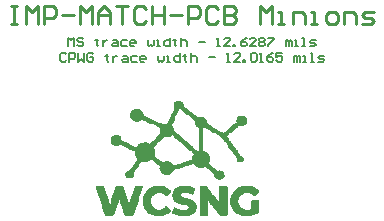
<source format=gto>
G04*
G04 #@! TF.GenerationSoftware,Altium Limited,Altium Designer,19.1.7 (138)*
G04*
G04 Layer_Color=65535*
%FSLAX25Y25*%
%MOIN*%
G70*
G01*
G75*
%ADD10C,0.00300*%
%ADD11C,0.00600*%
%ADD12C,0.01000*%
D10*
X144700Y39000D02*
X145900D01*
X144100Y38700D02*
X146500D01*
X144100Y38400D02*
X146500D01*
X143800Y38100D02*
X146800D01*
X143800Y37800D02*
X146800D01*
X143800Y37500D02*
X146800D01*
X144100Y37200D02*
X147100D01*
X144100Y36900D02*
X147400D01*
X144100Y36600D02*
X148000D01*
X130600Y36300D02*
X132400D01*
X143800D02*
X145300D01*
X146200D02*
X148300D01*
X130000Y36000D02*
X132700D01*
X143800D02*
X145300D01*
X146500D02*
X148600D01*
X129700Y35700D02*
X133000D01*
X143500D02*
X145000D01*
X146800D02*
X148900D01*
X129700Y35400D02*
X133300D01*
X143500D02*
X145000D01*
X147400D02*
X149500D01*
X129400Y35100D02*
X133300D01*
X143200D02*
X144700D01*
X147700D02*
X149800D01*
X129400Y34800D02*
X133600D01*
X143200D02*
X144700D01*
X148000D02*
X150100D01*
X129400Y34500D02*
X133600D01*
X142900D02*
X144400D01*
X148300D02*
X150400D01*
X129400Y34200D02*
X133600D01*
X142900D02*
X144400D01*
X148900D02*
X151000D01*
X129400Y33900D02*
X134200D01*
X142900D02*
X144100D01*
X149200D02*
X151300D01*
X165400D02*
X167200D01*
X129400Y33600D02*
X134800D01*
X142600D02*
X144100D01*
X149500D02*
X151600D01*
X151900D02*
X153700D01*
X165100D02*
X167500D01*
X129700Y33300D02*
X135700D01*
X142600D02*
X143800D01*
X149800D02*
X154000D01*
X164800D02*
X167800D01*
X130000Y33000D02*
X136300D01*
X142300D02*
X143800D01*
X150400D02*
X154300D01*
X164800D02*
X168100D01*
X130300Y32700D02*
X132700D01*
X133600D02*
X136900D01*
X142300D02*
X143800D01*
X150700D02*
X154600D01*
X164500D02*
X168100D01*
X130900Y32400D02*
X131800D01*
X134500D02*
X137500D01*
X142000D02*
X143500D01*
X151000D02*
X154600D01*
X164500D02*
X168100D01*
X135100Y32100D02*
X138400D01*
X142000D02*
X143500D01*
X151000D02*
X154600D01*
X164800D02*
X168100D01*
X135700Y31800D02*
X139000D01*
X141700D02*
X143200D01*
X151000D02*
X154600D01*
X164500D02*
X167800D01*
X136300Y31500D02*
X139600D01*
X141700D02*
X143200D01*
X151000D02*
X154900D01*
X164200D02*
X167800D01*
X137200Y31200D02*
X142900D01*
X151000D02*
X155200D01*
X163600D02*
X167500D01*
X137800Y30900D02*
X142900D01*
X151300D02*
X155800D01*
X163300D02*
X165400D01*
X165700D02*
X166900D01*
X138400Y30600D02*
X143200D01*
X151300D02*
X156400D01*
X163000D02*
X165100D01*
X139000Y30300D02*
X143200D01*
X151900D02*
X154000D01*
X154300D02*
X156700D01*
X162700D02*
X164800D01*
X139300Y30000D02*
X143500D01*
X152200D02*
X153400D01*
X154600D02*
X157300D01*
X162400D02*
X164200D01*
X139300Y29700D02*
X143500D01*
X152200D02*
X153400D01*
X155200D02*
X157900D01*
X162100D02*
X163900D01*
X139300Y29400D02*
X143500D01*
X152200D02*
X153400D01*
X155800D02*
X158200D01*
X161500D02*
X163600D01*
X139300Y29100D02*
X143800D01*
X152200D02*
X153400D01*
X156400D02*
X158800D01*
X161200D02*
X163300D01*
X139300Y28800D02*
X144100D01*
X152200D02*
X153400D01*
X156700D02*
X159400D01*
X160900D02*
X163000D01*
X139300Y28500D02*
X144400D01*
X152200D02*
X153400D01*
X157300D02*
X160000D01*
X160600D02*
X162700D01*
X139300Y28200D02*
X144700D01*
X152200D02*
X153400D01*
X157900D02*
X162100D01*
X139000Y27900D02*
X145300D01*
X152200D02*
X153400D01*
X158200D02*
X161800D01*
X124000Y27600D02*
X125200D01*
X138700D02*
X142900D01*
X143500D02*
X145600D01*
X152200D02*
X153400D01*
X158800D02*
X161500D01*
X123400Y27300D02*
X125800D01*
X138400D02*
X142600D01*
X143800D02*
X145900D01*
X152200D02*
X153400D01*
X159400D02*
X161200D01*
X123100Y27000D02*
X126100D01*
X138100D02*
X140200D01*
X144100D02*
X146200D01*
X152200D02*
X153400D01*
X159700D02*
X161500D01*
X122800Y26700D02*
X126100D01*
X137800D02*
X139900D01*
X144400D02*
X146500D01*
X152200D02*
X153400D01*
X160000D02*
X161800D01*
X122800Y26400D02*
X126100D01*
X137500D02*
X139600D01*
X145000D02*
X146800D01*
X152200D02*
X153400D01*
X160300D02*
X161800D01*
X122800Y26100D02*
X126400D01*
X137200D02*
X139300D01*
X145300D02*
X147400D01*
X152200D02*
X153400D01*
X160600D02*
X162100D01*
X122800Y25800D02*
X126400D01*
X136900D02*
X139000D01*
X145600D02*
X147700D01*
X152200D02*
X153400D01*
X160600D02*
X162400D01*
X122800Y25500D02*
X127000D01*
X136600D02*
X138700D01*
X145900D02*
X148000D01*
X152200D02*
X153400D01*
X160900D02*
X162700D01*
X122800Y25200D02*
X127900D01*
X133900D02*
X134500D01*
X136300D02*
X138400D01*
X146200D02*
X148300D01*
X152200D02*
X153400D01*
X161200D02*
X162700D01*
X123100Y24900D02*
X128500D01*
X132700D02*
X135400D01*
X136000D02*
X138100D01*
X146500D02*
X148600D01*
X152200D02*
X153400D01*
X161500D02*
X163000D01*
X123400Y24600D02*
X129100D01*
X132100D02*
X137800D01*
X146800D02*
X148900D01*
X152200D02*
X153400D01*
X161500D02*
X163300D01*
X124000Y24300D02*
X125200D01*
X126700D02*
X129700D01*
X131800D02*
X137500D01*
X147400D02*
X149200D01*
X152200D02*
X153400D01*
X161800D02*
X163300D01*
X127300Y24000D02*
X130300D01*
X131500D02*
X137200D01*
X147700D02*
X149800D01*
X152200D02*
X153400D01*
X162100D02*
X163600D01*
X127900Y23700D02*
X136900D01*
X148000D02*
X150100D01*
X152200D02*
X153400D01*
X162100D02*
X163900D01*
X128500Y23400D02*
X136900D01*
X148300D02*
X150400D01*
X152200D02*
X153400D01*
X162400D02*
X164200D01*
X129100Y23100D02*
X137200D01*
X148600D02*
X150700D01*
X152200D02*
X153400D01*
X162700D02*
X164200D01*
X130000Y22800D02*
X137200D01*
X148900D02*
X151000D01*
X152200D02*
X153400D01*
X163000D02*
X164500D01*
X130600Y22500D02*
X137200D01*
X149500D02*
X151300D01*
X152200D02*
X153400D01*
X163000D02*
X164800D01*
X130900Y22200D02*
X137200D01*
X149800D02*
X154000D01*
X163300D02*
X164800D01*
X130900Y21900D02*
X137200D01*
X150100D02*
X154600D01*
X163600D02*
X165100D01*
X130900Y21600D02*
X137200D01*
X150400D02*
X154900D01*
X163600D02*
X165400D01*
X130900Y21300D02*
X137200D01*
X150700D02*
X155200D01*
X163900D02*
X165700D01*
X130900Y21000D02*
X137200D01*
X150400D02*
X155200D01*
X164200D02*
X165700D01*
X131200Y20700D02*
X137200D01*
X150100D02*
X155500D01*
X164500D02*
X166300D01*
X131200Y20400D02*
X137500D01*
X150100D02*
X155500D01*
X164500D02*
X166600D01*
X131500Y20100D02*
X137800D01*
X150100D02*
X155500D01*
X164800D02*
X166900D01*
X131800Y19800D02*
X138400D01*
X150100D02*
X155500D01*
X164800D02*
X166900D01*
X131500Y19500D02*
X138700D01*
X150100D02*
X155500D01*
X164800D02*
X166900D01*
X131500Y19200D02*
X135700D01*
X136900D02*
X139000D01*
X148900D02*
X155500D01*
X165100D02*
X166900D01*
X131200Y18900D02*
X132700D01*
X133000D02*
X135100D01*
X137200D02*
X139600D01*
X140800D02*
X142000D01*
X148000D02*
X155500D01*
X165100D02*
X166600D01*
X130900Y18600D02*
X132700D01*
X137500D02*
X139900D01*
X140200D02*
X142600D01*
X147100D02*
X155200D01*
X130900Y18300D02*
X132400D01*
X138100D02*
X142900D01*
X146200D02*
X155200D01*
X130600Y18000D02*
X132100D01*
X138400D02*
X143200D01*
X145000D02*
X149500D01*
X150700D02*
X155500D01*
X130300Y17700D02*
X132100D01*
X139000D02*
X143500D01*
X144100D02*
X148600D01*
X151000D02*
X155800D01*
X130300Y17400D02*
X131800D01*
X139300D02*
X147400D01*
X151300D02*
X156400D01*
X130000Y17100D02*
X131500D01*
X139300D02*
X146500D01*
X151900D02*
X153700D01*
X154600D02*
X156700D01*
X129700Y16800D02*
X131200D01*
X139000D02*
X145600D01*
X154900D02*
X157000D01*
X129700Y16500D02*
X131200D01*
X139300D02*
X144700D01*
X155200D02*
X157300D01*
X129400Y16200D02*
X130900D01*
X139300D02*
X143800D01*
X155500D02*
X157600D01*
X128800Y15900D02*
X130600D01*
X139300D02*
X143500D01*
X156100D02*
X157900D01*
X158800D02*
X159100D01*
X128200Y15600D02*
X130600D01*
X139600D02*
X143200D01*
X156400D02*
X160000D01*
X127900Y15300D02*
X130300D01*
X139600D02*
X142900D01*
X156700D02*
X160300D01*
X127600Y15000D02*
X130300D01*
X139900D02*
X142600D01*
X157000D02*
X160300D01*
X127600Y14700D02*
X130300D01*
X140500D02*
X142300D01*
X157300D02*
X160300D01*
X127600Y14400D02*
X130300D01*
X157300D02*
X160600D01*
X127900Y14100D02*
X130300D01*
X157300D02*
X160600D01*
X127900Y13800D02*
X130000D01*
X157600D02*
X160300D01*
X128200Y13500D02*
X130000D01*
X157600D02*
X160300D01*
X157900Y13200D02*
X160000D01*
X158500Y12900D02*
X159400D01*
X118000Y10500D02*
X120400D01*
X124600D02*
X126700D01*
X130900D02*
X133300D01*
X136900D02*
X140500D01*
X145600D02*
X149200D01*
X152500D02*
X154600D01*
X159100D02*
X161200D01*
X166300D02*
X169900D01*
X118000Y10200D02*
X120400D01*
X124300D02*
X127000D01*
X130900D02*
X133300D01*
X136300D02*
X141100D01*
X145000D02*
X150100D01*
X152500D02*
X154900D01*
X158800D02*
X161500D01*
X165400D02*
X170500D01*
X118000Y9900D02*
X120700D01*
X124300D02*
X127000D01*
X130600D02*
X133000D01*
X135700D02*
X141700D01*
X144400D02*
X150700D01*
X152500D02*
X154900D01*
X158800D02*
X161500D01*
X165100D02*
X171100D01*
X118000Y9600D02*
X120700D01*
X124300D02*
X127000D01*
X130600D02*
X133000D01*
X135400D02*
X142000D01*
X144100D02*
X150700D01*
X152500D02*
X155200D01*
X158800D02*
X161500D01*
X164500D02*
X171700D01*
X118300Y9300D02*
X120700D01*
X124000D02*
X127300D01*
X130600D02*
X133000D01*
X134800D02*
X142600D01*
X143800D02*
X150700D01*
X152500D02*
X155500D01*
X158800D02*
X161500D01*
X164200D02*
X172000D01*
X118300Y9000D02*
X121000D01*
X124000D02*
X127300D01*
X130300D02*
X132700D01*
X134500D02*
X142600D01*
X143500D02*
X150400D01*
X152500D02*
X155800D01*
X158800D02*
X161500D01*
X163900D02*
X172000D01*
X118300Y8700D02*
X121000D01*
X124000D02*
X127300D01*
X130300D02*
X132700D01*
X134500D02*
X142600D01*
X143500D02*
X150400D01*
X152500D02*
X156100D01*
X158800D02*
X161500D01*
X163600D02*
X172000D01*
X118600Y8400D02*
X121000D01*
X123700D02*
X127600D01*
X130300D02*
X132700D01*
X134200D02*
X137800D01*
X139900D02*
X142300D01*
X143500D02*
X146200D01*
X148900D02*
X150400D01*
X152500D02*
X156400D01*
X158800D02*
X161500D01*
X163600D02*
X166900D01*
X169300D02*
X171700D01*
X118600Y8100D02*
X121300D01*
X123700D02*
X127600D01*
X130000D02*
X132400D01*
X133900D02*
X137200D01*
X140500D02*
X142000D01*
X143200D02*
X145900D01*
X149800D02*
X150100D01*
X152500D02*
X156400D01*
X158800D02*
X161500D01*
X163300D02*
X166600D01*
X169900D02*
X171400D01*
X118600Y7800D02*
X121300D01*
X123700D02*
X127600D01*
X130000D02*
X132400D01*
X133900D02*
X136900D01*
X140800D02*
X141700D01*
X143200D02*
X145900D01*
X152500D02*
X156700D01*
X158800D02*
X161500D01*
X163000D02*
X166000D01*
X170200D02*
X171100D01*
X118900Y7500D02*
X121300D01*
X123400D02*
X127600D01*
X130000D02*
X132400D01*
X133900D02*
X136600D01*
X143200D02*
X145900D01*
X152500D02*
X157000D01*
X158800D02*
X161500D01*
X163000D02*
X165700D01*
X118900Y7200D02*
X121600D01*
X123400D02*
X127900D01*
X129700D02*
X132100D01*
X133600D02*
X136300D01*
X143200D02*
X146200D01*
X152500D02*
X157300D01*
X158800D02*
X161500D01*
X163000D02*
X165700D01*
X118900Y6900D02*
X121600D01*
X123400D02*
X127900D01*
X129700D02*
X132100D01*
X133600D02*
X136300D01*
X143500D02*
X147100D01*
X152500D02*
X157600D01*
X158800D02*
X161500D01*
X163000D02*
X165400D01*
X119200Y6600D02*
X121600D01*
X123100D02*
X125500D01*
X125800D02*
X127900D01*
X129700D02*
X132100D01*
X133600D02*
X136000D01*
X143500D02*
X148300D01*
X152500D02*
X157600D01*
X158800D02*
X161500D01*
X162700D02*
X165400D01*
X119200Y6300D02*
X121900D01*
X123100D02*
X125500D01*
X125800D02*
X128200D01*
X129400D02*
X131800D01*
X133600D02*
X136000D01*
X143500D02*
X149200D01*
X152500D02*
X157900D01*
X158800D02*
X161500D01*
X162700D02*
X165400D01*
X119200Y6000D02*
X121900D01*
X123100D02*
X125200D01*
X125800D02*
X128200D01*
X129400D02*
X131800D01*
X133600D02*
X136000D01*
X143800D02*
X149800D01*
X152500D02*
X154900D01*
X155200D02*
X158200D01*
X158800D02*
X161500D01*
X162700D02*
X165100D01*
X169900D02*
X172000D01*
X119500Y5700D02*
X121900D01*
X122800D02*
X125200D01*
X126100D02*
X128200D01*
X129400D02*
X131800D01*
X133600D02*
X136000D01*
X144100D02*
X150400D01*
X152500D02*
X154900D01*
X155500D02*
X158500D01*
X158800D02*
X161500D01*
X162700D02*
X165100D01*
X169600D02*
X172000D01*
X119500Y5400D02*
X121900D01*
X122800D02*
X125200D01*
X126100D02*
X128500D01*
X129100D02*
X131500D01*
X133600D02*
X136000D01*
X144700D02*
X150700D01*
X152500D02*
X154900D01*
X155500D02*
X161500D01*
X162700D02*
X165100D01*
X169600D02*
X172000D01*
X119500Y5100D02*
X122200D01*
X122800D02*
X124900D01*
X126100D02*
X128500D01*
X129100D02*
X131500D01*
X133600D02*
X136000D01*
X145300D02*
X151000D01*
X152500D02*
X154900D01*
X155800D02*
X161500D01*
X162700D02*
X165400D01*
X169600D02*
X172000D01*
X119800Y4800D02*
X122200D01*
X122500D02*
X124900D01*
X126400D02*
X128500D01*
X129100D02*
X131500D01*
X133600D02*
X136000D01*
X146200D02*
X151000D01*
X152500D02*
X154900D01*
X156100D02*
X161500D01*
X162700D02*
X165400D01*
X169600D02*
X172000D01*
X119800Y4500D02*
X122200D01*
X122500D02*
X124900D01*
X126400D02*
X131200D01*
X133600D02*
X136300D01*
X147400D02*
X151000D01*
X152500D02*
X154900D01*
X156400D02*
X161500D01*
X163000D02*
X165400D01*
X169600D02*
X172000D01*
X119800Y4200D02*
X124600D01*
X126400D02*
X131200D01*
X133600D02*
X136300D01*
X148300D02*
X151300D01*
X152500D02*
X154900D01*
X156700D02*
X161500D01*
X163000D02*
X165700D01*
X169600D02*
X172000D01*
X120100Y3900D02*
X124600D01*
X126700D02*
X131200D01*
X133900D02*
X136600D01*
X141100D02*
X141400D01*
X148600D02*
X151300D01*
X152500D02*
X154900D01*
X157000D02*
X161500D01*
X163000D02*
X165700D01*
X169600D02*
X172000D01*
X120100Y3600D02*
X124600D01*
X126700D02*
X130900D01*
X133900D02*
X136900D01*
X140800D02*
X141700D01*
X143800D02*
X144100D01*
X148900D02*
X151300D01*
X152500D02*
X154900D01*
X157000D02*
X161500D01*
X163300D02*
X166000D01*
X169600D02*
X172000D01*
X120100Y3300D02*
X124300D01*
X126700D02*
X130900D01*
X133900D02*
X137200D01*
X140200D02*
X142000D01*
X143800D02*
X144700D01*
X148600D02*
X151300D01*
X152500D02*
X154900D01*
X157300D02*
X161500D01*
X163300D02*
X166600D01*
X169600D02*
X172000D01*
X120400Y3000D02*
X124300D01*
X127000D02*
X130900D01*
X134200D02*
X137800D01*
X139600D02*
X142300D01*
X143500D02*
X145600D01*
X148300D02*
X151000D01*
X152500D02*
X154900D01*
X157600D02*
X161500D01*
X163600D02*
X167200D01*
X169300D02*
X172000D01*
X120400Y2700D02*
X124300D01*
X127000D02*
X130600D01*
X134500D02*
X142600D01*
X143500D02*
X151000D01*
X152500D02*
X154900D01*
X157900D02*
X161500D01*
X163600D02*
X172000D01*
X120400Y2400D02*
X124000D01*
X127000D02*
X130600D01*
X134800D02*
X142600D01*
X143200D02*
X151000D01*
X152500D02*
X154900D01*
X158200D02*
X161500D01*
X163900D02*
X172000D01*
X120700Y2100D02*
X124000D01*
X127000D02*
X130600D01*
X134800D02*
X142300D01*
X143200D02*
X150700D01*
X152500D02*
X154900D01*
X158200D02*
X161500D01*
X164200D02*
X172000D01*
X120700Y1800D02*
X124000D01*
X127300D02*
X130300D01*
X135400D02*
X142000D01*
X143200D02*
X150400D01*
X152500D02*
X154900D01*
X158500D02*
X161500D01*
X164500D02*
X171700D01*
X120700Y1500D02*
X123700D01*
X127300D02*
X130300D01*
X135700D02*
X141700D01*
X143500D02*
X150100D01*
X152500D02*
X154900D01*
X158800D02*
X161500D01*
X165100D02*
X171400D01*
X121000Y1200D02*
X123700D01*
X127300D02*
X130300D01*
X136300D02*
X141100D01*
X144400D02*
X149500D01*
X152500D02*
X154900D01*
X159100D02*
X161500D01*
X165700D02*
X170500D01*
X121000Y900D02*
X123400D01*
X127600D02*
X130000D01*
X137200D02*
X140200D01*
X145300D02*
X148900D01*
X152500D02*
X154900D01*
X159400D02*
X161200D01*
X166300D02*
X169600D01*
D11*
X108763Y57158D02*
Y60157D01*
X109763Y59158D01*
X110763Y60157D01*
Y57158D01*
X113762Y59657D02*
X113262Y60157D01*
X112262D01*
X111762Y59657D01*
Y59158D01*
X112262Y58658D01*
X113262D01*
X113762Y58158D01*
Y57658D01*
X113262Y57158D01*
X112262D01*
X111762Y57658D01*
X118260Y59657D02*
Y59158D01*
X117760D01*
X118760D01*
X118260D01*
Y57658D01*
X118760Y57158D01*
X120260Y59158D02*
Y57158D01*
Y58158D01*
X120759Y58658D01*
X121259Y59158D01*
X121759D01*
X123758D02*
X124758D01*
X125258Y58658D01*
Y57158D01*
X123758D01*
X123259Y57658D01*
X123758Y58158D01*
X125258D01*
X128257Y59158D02*
X126758D01*
X126258Y58658D01*
Y57658D01*
X126758Y57158D01*
X128257D01*
X130756D02*
X129756D01*
X129257Y57658D01*
Y58658D01*
X129756Y59158D01*
X130756D01*
X131256Y58658D01*
Y58158D01*
X129257D01*
X135255Y59158D02*
Y57658D01*
X135755Y57158D01*
X136254Y57658D01*
X136754Y57158D01*
X137254Y57658D01*
Y59158D01*
X138254Y57158D02*
X139253D01*
X138754D01*
Y59158D01*
X138254D01*
X142752Y60157D02*
Y57158D01*
X141253D01*
X140753Y57658D01*
Y58658D01*
X141253Y59158D01*
X142752D01*
X144252Y59657D02*
Y59158D01*
X143752D01*
X144752D01*
X144252D01*
Y57658D01*
X144752Y57158D01*
X146251Y60157D02*
Y57158D01*
Y58658D01*
X146751Y59158D01*
X147751D01*
X148250Y58658D01*
Y57158D01*
X152249Y58658D02*
X154249D01*
X158247Y57158D02*
X159247D01*
X158747D01*
Y60157D01*
X158247Y59657D01*
X162746Y57158D02*
X160747D01*
X162746Y59158D01*
Y59657D01*
X162246Y60157D01*
X161246D01*
X160747Y59657D01*
X163745Y57158D02*
Y57658D01*
X164245D01*
Y57158D01*
X163745D01*
X168244Y60157D02*
X167244Y59657D01*
X166245Y58658D01*
Y57658D01*
X166744Y57158D01*
X167744D01*
X168244Y57658D01*
Y58158D01*
X167744Y58658D01*
X166245D01*
X171243Y57158D02*
X169244D01*
X171243Y59158D01*
Y59657D01*
X170743Y60157D01*
X169744D01*
X169244Y59657D01*
X172243D02*
X172743Y60157D01*
X173742D01*
X174242Y59657D01*
Y59158D01*
X173742Y58658D01*
X174242Y58158D01*
Y57658D01*
X173742Y57158D01*
X172743D01*
X172243Y57658D01*
Y58158D01*
X172743Y58658D01*
X172243Y59158D01*
Y59657D01*
X172743Y58658D02*
X173742D01*
X175242Y60157D02*
X177241D01*
Y59657D01*
X175242Y57658D01*
Y57158D01*
X181240D02*
Y59158D01*
X181740D01*
X182239Y58658D01*
Y57158D01*
Y58658D01*
X182739Y59158D01*
X183239Y58658D01*
Y57158D01*
X184239D02*
X185239D01*
X184739D01*
Y59158D01*
X184239D01*
X186738Y57158D02*
X187738D01*
X187238D01*
Y60157D01*
X186738D01*
X189237Y57158D02*
X190737D01*
X191237Y57658D01*
X190737Y58158D01*
X189737D01*
X189237Y58658D01*
X189737Y59158D01*
X191237D01*
X108013Y54619D02*
X107514Y55118D01*
X106514D01*
X106014Y54619D01*
Y52619D01*
X106514Y52119D01*
X107514D01*
X108013Y52619D01*
X109013Y52119D02*
Y55118D01*
X110513D01*
X111013Y54619D01*
Y53619D01*
X110513Y53119D01*
X109013D01*
X112012Y55118D02*
Y52119D01*
X113012Y53119D01*
X114012Y52119D01*
Y55118D01*
X117011Y54619D02*
X116511Y55118D01*
X115511D01*
X115011Y54619D01*
Y52619D01*
X115511Y52119D01*
X116511D01*
X117011Y52619D01*
Y53619D01*
X116011D01*
X121509Y54619D02*
Y54119D01*
X121009D01*
X122009D01*
X121509D01*
Y52619D01*
X122009Y52119D01*
X123509Y54119D02*
Y52119D01*
Y53119D01*
X124008Y53619D01*
X124508Y54119D01*
X125008D01*
X127007D02*
X128007D01*
X128507Y53619D01*
Y52119D01*
X127007D01*
X126508Y52619D01*
X127007Y53119D01*
X128507D01*
X131506Y54119D02*
X130006D01*
X129507Y53619D01*
Y52619D01*
X130006Y52119D01*
X131506D01*
X134005D02*
X133005D01*
X132506Y52619D01*
Y53619D01*
X133005Y54119D01*
X134005D01*
X134505Y53619D01*
Y53119D01*
X132506D01*
X138504Y54119D02*
Y52619D01*
X139004Y52119D01*
X139503Y52619D01*
X140003Y52119D01*
X140503Y52619D01*
Y54119D01*
X141503Y52119D02*
X142502D01*
X142002D01*
Y54119D01*
X141503D01*
X146001Y55118D02*
Y52119D01*
X144502D01*
X144002Y52619D01*
Y53619D01*
X144502Y54119D01*
X146001D01*
X147501Y54619D02*
Y54119D01*
X147001D01*
X148001D01*
X147501D01*
Y52619D01*
X148001Y52119D01*
X149500Y55118D02*
Y52119D01*
Y53619D01*
X150000Y54119D01*
X151000D01*
X151499Y53619D01*
Y52119D01*
X155498Y53619D02*
X157498D01*
X161496Y52119D02*
X162496D01*
X161996D01*
Y55118D01*
X161496Y54619D01*
X165995Y52119D02*
X163995D01*
X165995Y54119D01*
Y54619D01*
X165495Y55118D01*
X164495D01*
X163995Y54619D01*
X166995Y52119D02*
Y52619D01*
X167494D01*
Y52119D01*
X166995D01*
X169494Y54619D02*
X169993Y55118D01*
X170993D01*
X171493Y54619D01*
Y52619D01*
X170993Y52119D01*
X169993D01*
X169494Y52619D01*
Y54619D01*
X172493Y52119D02*
X173492D01*
X172993D01*
Y55118D01*
X172493Y54619D01*
X176991Y55118D02*
X175992Y54619D01*
X174992Y53619D01*
Y52619D01*
X175492Y52119D01*
X176491D01*
X176991Y52619D01*
Y53119D01*
X176491Y53619D01*
X174992D01*
X179990Y55118D02*
X177991D01*
Y53619D01*
X178991Y54119D01*
X179490D01*
X179990Y53619D01*
Y52619D01*
X179490Y52119D01*
X178491D01*
X177991Y52619D01*
X183989Y52119D02*
Y54119D01*
X184489D01*
X184989Y53619D01*
Y52119D01*
Y53619D01*
X185488Y54119D01*
X185988Y53619D01*
Y52119D01*
X186988D02*
X187988D01*
X187488D01*
Y54119D01*
X186988D01*
X189487Y52119D02*
X190487D01*
X189987D01*
Y55118D01*
X189487D01*
X191986Y52119D02*
X193486D01*
X193986Y52619D01*
X193486Y53119D01*
X192486D01*
X191986Y53619D01*
X192486Y54119D01*
X193986D01*
D12*
X89500Y70498D02*
X91499D01*
X90500D01*
Y64500D01*
X89500D01*
X91499D01*
X94498D02*
Y70498D01*
X96498Y68499D01*
X98497Y70498D01*
Y64500D01*
X100496D02*
Y70498D01*
X103496D01*
X104495Y69498D01*
Y67499D01*
X103496Y66499D01*
X100496D01*
X106494Y67499D02*
X110493D01*
X112493Y64500D02*
Y70498D01*
X114492Y68499D01*
X116491Y70498D01*
Y64500D01*
X118491D02*
Y68499D01*
X120490Y70498D01*
X122489Y68499D01*
Y64500D01*
Y67499D01*
X118491D01*
X124489Y70498D02*
X128487D01*
X126488D01*
Y64500D01*
X134485Y69498D02*
X133486Y70498D01*
X131486D01*
X130487Y69498D01*
Y65500D01*
X131486Y64500D01*
X133486D01*
X134485Y65500D01*
X136485Y70498D02*
Y64500D01*
Y67499D01*
X140483D01*
Y70498D01*
Y64500D01*
X142483Y67499D02*
X146482D01*
X148481Y64500D02*
Y70498D01*
X151480D01*
X152480Y69498D01*
Y67499D01*
X151480Y66499D01*
X148481D01*
X158478Y69498D02*
X157478Y70498D01*
X155479D01*
X154479Y69498D01*
Y65500D01*
X155479Y64500D01*
X157478D01*
X158478Y65500D01*
X160477Y70498D02*
Y64500D01*
X163476D01*
X164476Y65500D01*
Y66499D01*
X163476Y67499D01*
X160477D01*
X163476D01*
X164476Y68499D01*
Y69498D01*
X163476Y70498D01*
X160477D01*
X172473Y64500D02*
Y70498D01*
X174472Y68499D01*
X176472Y70498D01*
Y64500D01*
X178471D02*
X180471D01*
X179471D01*
Y68499D01*
X178471D01*
X183470Y64500D02*
Y68499D01*
X186469D01*
X187468Y67499D01*
Y64500D01*
X189468D02*
X191467D01*
X190467D01*
Y68499D01*
X189468D01*
X195466Y64500D02*
X197465D01*
X198465Y65500D01*
Y67499D01*
X197465Y68499D01*
X195466D01*
X194466Y67499D01*
Y65500D01*
X195466Y64500D01*
X200464D02*
Y68499D01*
X203463D01*
X204463Y67499D01*
Y64500D01*
X206462D02*
X209461D01*
X210461Y65500D01*
X209461Y66499D01*
X207462D01*
X206462Y67499D01*
X207462Y68499D01*
X210461D01*
M02*

</source>
